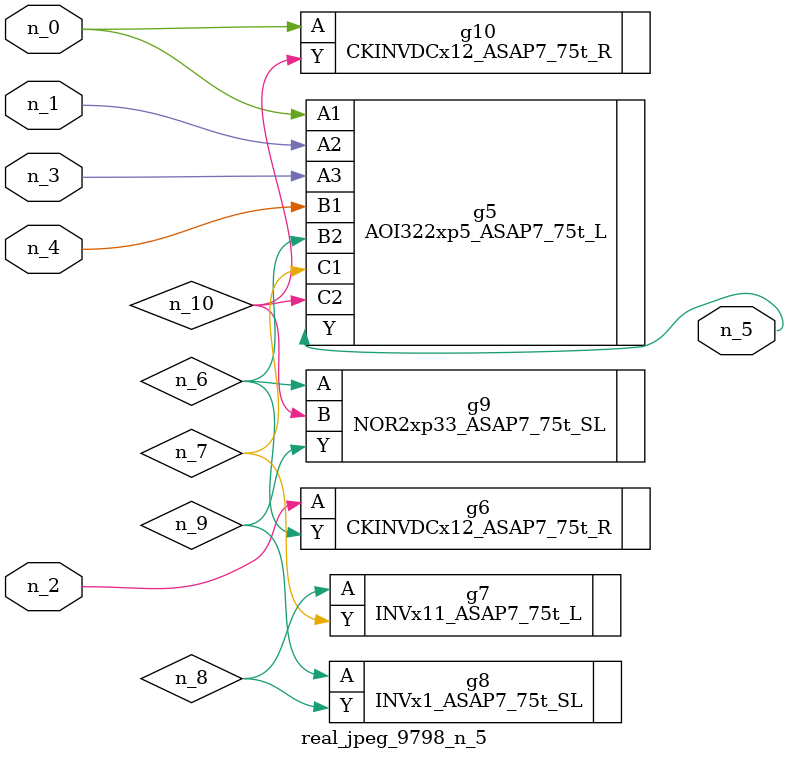
<source format=v>
module real_jpeg_9798_n_5 (n_4, n_0, n_1, n_2, n_3, n_5);

input n_4;
input n_0;
input n_1;
input n_2;
input n_3;

output n_5;

wire n_8;
wire n_6;
wire n_7;
wire n_10;
wire n_9;

AOI322xp5_ASAP7_75t_L g5 ( 
.A1(n_0),
.A2(n_1),
.A3(n_3),
.B1(n_4),
.B2(n_6),
.C1(n_7),
.C2(n_10),
.Y(n_5)
);

CKINVDCx12_ASAP7_75t_R g10 ( 
.A(n_0),
.Y(n_10)
);

CKINVDCx12_ASAP7_75t_R g6 ( 
.A(n_2),
.Y(n_6)
);

NOR2xp33_ASAP7_75t_SL g9 ( 
.A(n_6),
.B(n_10),
.Y(n_9)
);

INVx11_ASAP7_75t_L g7 ( 
.A(n_8),
.Y(n_7)
);

INVx1_ASAP7_75t_SL g8 ( 
.A(n_9),
.Y(n_8)
);


endmodule
</source>
